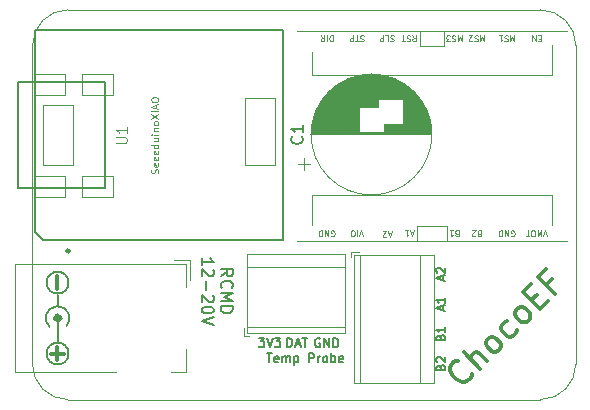
<source format=gbr>
%TF.GenerationSoftware,KiCad,Pcbnew,(6.0.9)*%
%TF.CreationDate,2023-09-21T20:23:22+02:00*%
%TF.ProjectId,EZFocus,455a466f-6375-4732-9e6b-696361645f70,rev?*%
%TF.SameCoordinates,Original*%
%TF.FileFunction,Legend,Top*%
%TF.FilePolarity,Positive*%
%FSLAX46Y46*%
G04 Gerber Fmt 4.6, Leading zero omitted, Abs format (unit mm)*
G04 Created by KiCad (PCBNEW (6.0.9)) date 2023-09-21 20:23:22*
%MOMM*%
%LPD*%
G01*
G04 APERTURE LIST*
%TA.AperFunction,Profile*%
%ADD10C,0.100000*%
%TD*%
%ADD11C,0.187500*%
%ADD12C,0.300000*%
%ADD13C,0.150000*%
%ADD14C,0.101600*%
%ADD15C,0.076200*%
%ADD16C,0.125000*%
%ADD17C,0.066040*%
%ADD18C,0.127000*%
%ADD19C,0.254000*%
%ADD20C,0.120000*%
%ADD21C,0.500000*%
G04 APERTURE END LIST*
D10*
X118000000Y-90000000D02*
X118000000Y-63000000D01*
X75000000Y-93000000D02*
X115000000Y-93000000D01*
X75000000Y-60000000D02*
G75*
G03*
X72000000Y-63000000I0J-3000000D01*
G01*
X118000000Y-63000000D02*
G75*
G03*
X115000000Y-60000000I-3000000J0D01*
G01*
X72000000Y-90000000D02*
G75*
G03*
X75000000Y-93000000I3000000J0D01*
G01*
X115000000Y-60000000D02*
X75000000Y-60000000D01*
X72000000Y-63000000D02*
X72000000Y-90000000D01*
X115000000Y-93000000D02*
G75*
G03*
X118000000Y-90000000I0J3000000D01*
G01*
D11*
X93556428Y-88539285D02*
X93556428Y-87789285D01*
X93735000Y-87789285D01*
X93842142Y-87825000D01*
X93913571Y-87896428D01*
X93949285Y-87967857D01*
X93985000Y-88110714D01*
X93985000Y-88217857D01*
X93949285Y-88360714D01*
X93913571Y-88432142D01*
X93842142Y-88503571D01*
X93735000Y-88539285D01*
X93556428Y-88539285D01*
X94270714Y-88325000D02*
X94627857Y-88325000D01*
X94199285Y-88539285D02*
X94449285Y-87789285D01*
X94699285Y-88539285D01*
X94842142Y-87789285D02*
X95270714Y-87789285D01*
X95056428Y-88539285D02*
X95056428Y-87789285D01*
X106546428Y-90283571D02*
X106582142Y-90176428D01*
X106617857Y-90140714D01*
X106689285Y-90105000D01*
X106796428Y-90105000D01*
X106867857Y-90140714D01*
X106903571Y-90176428D01*
X106939285Y-90247857D01*
X106939285Y-90533571D01*
X106189285Y-90533571D01*
X106189285Y-90283571D01*
X106225000Y-90212142D01*
X106260714Y-90176428D01*
X106332142Y-90140714D01*
X106403571Y-90140714D01*
X106475000Y-90176428D01*
X106510714Y-90212142D01*
X106546428Y-90283571D01*
X106546428Y-90533571D01*
X106260714Y-89819285D02*
X106225000Y-89783571D01*
X106189285Y-89712142D01*
X106189285Y-89533571D01*
X106225000Y-89462142D01*
X106260714Y-89426428D01*
X106332142Y-89390714D01*
X106403571Y-89390714D01*
X106510714Y-89426428D01*
X106939285Y-89855000D01*
X106939285Y-89390714D01*
D12*
X109171572Y-90838579D02*
X109171572Y-90973266D01*
X109036885Y-91242640D01*
X108902198Y-91377327D01*
X108632824Y-91512014D01*
X108363450Y-91512014D01*
X108161420Y-91444671D01*
X107824702Y-91242640D01*
X107622672Y-91040610D01*
X107420641Y-90703892D01*
X107353298Y-90501862D01*
X107353298Y-90232488D01*
X107487985Y-89963114D01*
X107622672Y-89828427D01*
X107892046Y-89693740D01*
X108026733Y-89693740D01*
X109912351Y-90367175D02*
X108498137Y-88952961D01*
X110518442Y-89761083D02*
X109777664Y-89020305D01*
X109575633Y-88952961D01*
X109373603Y-89020305D01*
X109171572Y-89222335D01*
X109104229Y-89424366D01*
X109104229Y-89559053D01*
X111393908Y-88885618D02*
X111191877Y-88952961D01*
X111057190Y-88952961D01*
X110855160Y-88885618D01*
X110451099Y-88481557D01*
X110383755Y-88279526D01*
X110383755Y-88144839D01*
X110451099Y-87942809D01*
X110653129Y-87740778D01*
X110855160Y-87673435D01*
X110989847Y-87673435D01*
X111191877Y-87740778D01*
X111595938Y-88144839D01*
X111663282Y-88346870D01*
X111663282Y-88481557D01*
X111595938Y-88683587D01*
X111393908Y-88885618D01*
X113010152Y-87134687D02*
X112942809Y-87336717D01*
X112673435Y-87606091D01*
X112471404Y-87673435D01*
X112336717Y-87673435D01*
X112134687Y-87606091D01*
X111730625Y-87202030D01*
X111663282Y-87000000D01*
X111663282Y-86865312D01*
X111730625Y-86663282D01*
X112000000Y-86393908D01*
X112202030Y-86326564D01*
X113885618Y-86393908D02*
X113683587Y-86461251D01*
X113548900Y-86461251D01*
X113346870Y-86393908D01*
X112942809Y-85989847D01*
X112875465Y-85787816D01*
X112875465Y-85653129D01*
X112942809Y-85451099D01*
X113144839Y-85249068D01*
X113346870Y-85181725D01*
X113481557Y-85181725D01*
X113683587Y-85249068D01*
X114087648Y-85653129D01*
X114154992Y-85855160D01*
X114154992Y-85989847D01*
X114087648Y-86191877D01*
X113885618Y-86393908D01*
X114222335Y-84575633D02*
X114693740Y-84104229D01*
X115636549Y-84642977D02*
X114963114Y-85316412D01*
X113548900Y-83902198D01*
X114222335Y-83228763D01*
X115973266Y-82824702D02*
X115501862Y-83296107D01*
X116242640Y-84036885D02*
X114828427Y-82622672D01*
X115501862Y-81949237D01*
D13*
X87952619Y-82538095D02*
X88428809Y-82204761D01*
X87952619Y-81966666D02*
X88952619Y-81966666D01*
X88952619Y-82347619D01*
X88905000Y-82442857D01*
X88857380Y-82490476D01*
X88762142Y-82538095D01*
X88619285Y-82538095D01*
X88524047Y-82490476D01*
X88476428Y-82442857D01*
X88428809Y-82347619D01*
X88428809Y-81966666D01*
X88047857Y-83538095D02*
X88000238Y-83490476D01*
X87952619Y-83347619D01*
X87952619Y-83252380D01*
X88000238Y-83109523D01*
X88095476Y-83014285D01*
X88190714Y-82966666D01*
X88381190Y-82919047D01*
X88524047Y-82919047D01*
X88714523Y-82966666D01*
X88809761Y-83014285D01*
X88905000Y-83109523D01*
X88952619Y-83252380D01*
X88952619Y-83347619D01*
X88905000Y-83490476D01*
X88857380Y-83538095D01*
X87952619Y-83966666D02*
X88952619Y-83966666D01*
X88238333Y-84300000D01*
X88952619Y-84633333D01*
X87952619Y-84633333D01*
X87952619Y-85109523D02*
X88952619Y-85109523D01*
X88952619Y-85347619D01*
X88905000Y-85490476D01*
X88809761Y-85585714D01*
X88714523Y-85633333D01*
X88524047Y-85680952D01*
X88381190Y-85680952D01*
X88190714Y-85633333D01*
X88095476Y-85585714D01*
X88000238Y-85490476D01*
X87952619Y-85347619D01*
X87952619Y-85109523D01*
X86342619Y-81609523D02*
X86342619Y-81038095D01*
X86342619Y-81323809D02*
X87342619Y-81323809D01*
X87199761Y-81228571D01*
X87104523Y-81133333D01*
X87056904Y-81038095D01*
X87247380Y-81990476D02*
X87295000Y-82038095D01*
X87342619Y-82133333D01*
X87342619Y-82371428D01*
X87295000Y-82466666D01*
X87247380Y-82514285D01*
X87152142Y-82561904D01*
X87056904Y-82561904D01*
X86914047Y-82514285D01*
X86342619Y-81942857D01*
X86342619Y-82561904D01*
X86723571Y-82990476D02*
X86723571Y-83752380D01*
X87247380Y-84180952D02*
X87295000Y-84228571D01*
X87342619Y-84323809D01*
X87342619Y-84561904D01*
X87295000Y-84657142D01*
X87247380Y-84704761D01*
X87152142Y-84752380D01*
X87056904Y-84752380D01*
X86914047Y-84704761D01*
X86342619Y-84133333D01*
X86342619Y-84752380D01*
X87342619Y-85371428D02*
X87342619Y-85466666D01*
X87295000Y-85561904D01*
X87247380Y-85609523D01*
X87152142Y-85657142D01*
X86961666Y-85704761D01*
X86723571Y-85704761D01*
X86533095Y-85657142D01*
X86437857Y-85609523D01*
X86390238Y-85561904D01*
X86342619Y-85466666D01*
X86342619Y-85371428D01*
X86390238Y-85276190D01*
X86437857Y-85228571D01*
X86533095Y-85180952D01*
X86723571Y-85133333D01*
X86961666Y-85133333D01*
X87152142Y-85180952D01*
X87247380Y-85228571D01*
X87295000Y-85276190D01*
X87342619Y-85371428D01*
X87342619Y-85990476D02*
X86342619Y-86323809D01*
X87342619Y-86657142D01*
D11*
X91832142Y-89089285D02*
X92260714Y-89089285D01*
X92046428Y-89839285D02*
X92046428Y-89089285D01*
X92796428Y-89803571D02*
X92725000Y-89839285D01*
X92582142Y-89839285D01*
X92510714Y-89803571D01*
X92475000Y-89732142D01*
X92475000Y-89446428D01*
X92510714Y-89375000D01*
X92582142Y-89339285D01*
X92725000Y-89339285D01*
X92796428Y-89375000D01*
X92832142Y-89446428D01*
X92832142Y-89517857D01*
X92475000Y-89589285D01*
X93153571Y-89839285D02*
X93153571Y-89339285D01*
X93153571Y-89410714D02*
X93189285Y-89375000D01*
X93260714Y-89339285D01*
X93367857Y-89339285D01*
X93439285Y-89375000D01*
X93475000Y-89446428D01*
X93475000Y-89839285D01*
X93475000Y-89446428D02*
X93510714Y-89375000D01*
X93582142Y-89339285D01*
X93689285Y-89339285D01*
X93760714Y-89375000D01*
X93796428Y-89446428D01*
X93796428Y-89839285D01*
X94153571Y-89339285D02*
X94153571Y-90089285D01*
X94153571Y-89375000D02*
X94225000Y-89339285D01*
X94367857Y-89339285D01*
X94439285Y-89375000D01*
X94475000Y-89410714D01*
X94510714Y-89482142D01*
X94510714Y-89696428D01*
X94475000Y-89767857D01*
X94439285Y-89803571D01*
X94367857Y-89839285D01*
X94225000Y-89839285D01*
X94153571Y-89803571D01*
X95403571Y-89839285D02*
X95403571Y-89089285D01*
X95689285Y-89089285D01*
X95760714Y-89125000D01*
X95796428Y-89160714D01*
X95832142Y-89232142D01*
X95832142Y-89339285D01*
X95796428Y-89410714D01*
X95760714Y-89446428D01*
X95689285Y-89482142D01*
X95403571Y-89482142D01*
X96153571Y-89839285D02*
X96153571Y-89339285D01*
X96153571Y-89482142D02*
X96189285Y-89410714D01*
X96225000Y-89375000D01*
X96296428Y-89339285D01*
X96367857Y-89339285D01*
X96725000Y-89839285D02*
X96653571Y-89803571D01*
X96617857Y-89767857D01*
X96582142Y-89696428D01*
X96582142Y-89482142D01*
X96617857Y-89410714D01*
X96653571Y-89375000D01*
X96725000Y-89339285D01*
X96832142Y-89339285D01*
X96903571Y-89375000D01*
X96939285Y-89410714D01*
X96975000Y-89482142D01*
X96975000Y-89696428D01*
X96939285Y-89767857D01*
X96903571Y-89803571D01*
X96832142Y-89839285D01*
X96725000Y-89839285D01*
X97296428Y-89839285D02*
X97296428Y-89089285D01*
X97296428Y-89375000D02*
X97367857Y-89339285D01*
X97510714Y-89339285D01*
X97582142Y-89375000D01*
X97617857Y-89410714D01*
X97653571Y-89482142D01*
X97653571Y-89696428D01*
X97617857Y-89767857D01*
X97582142Y-89803571D01*
X97510714Y-89839285D01*
X97367857Y-89839285D01*
X97296428Y-89803571D01*
X98260714Y-89803571D02*
X98189285Y-89839285D01*
X98046428Y-89839285D01*
X97975000Y-89803571D01*
X97939285Y-89732142D01*
X97939285Y-89446428D01*
X97975000Y-89375000D01*
X98046428Y-89339285D01*
X98189285Y-89339285D01*
X98260714Y-89375000D01*
X98296428Y-89446428D01*
X98296428Y-89517857D01*
X97939285Y-89589285D01*
X106725000Y-82895714D02*
X106725000Y-82538571D01*
X106939285Y-82967142D02*
X106189285Y-82717142D01*
X106939285Y-82467142D01*
X106260714Y-82252857D02*
X106225000Y-82217142D01*
X106189285Y-82145714D01*
X106189285Y-81967142D01*
X106225000Y-81895714D01*
X106260714Y-81860000D01*
X106332142Y-81824285D01*
X106403571Y-81824285D01*
X106510714Y-81860000D01*
X106939285Y-82288571D01*
X106939285Y-81824285D01*
X91171428Y-87789285D02*
X91635714Y-87789285D01*
X91385714Y-88075000D01*
X91492857Y-88075000D01*
X91564285Y-88110714D01*
X91600000Y-88146428D01*
X91635714Y-88217857D01*
X91635714Y-88396428D01*
X91600000Y-88467857D01*
X91564285Y-88503571D01*
X91492857Y-88539285D01*
X91278571Y-88539285D01*
X91207142Y-88503571D01*
X91171428Y-88467857D01*
X91850000Y-87789285D02*
X92100000Y-88539285D01*
X92350000Y-87789285D01*
X92528571Y-87789285D02*
X92992857Y-87789285D01*
X92742857Y-88075000D01*
X92850000Y-88075000D01*
X92921428Y-88110714D01*
X92957142Y-88146428D01*
X92992857Y-88217857D01*
X92992857Y-88396428D01*
X92957142Y-88467857D01*
X92921428Y-88503571D01*
X92850000Y-88539285D01*
X92635714Y-88539285D01*
X92564285Y-88503571D01*
X92528571Y-88467857D01*
X96328571Y-87825000D02*
X96257142Y-87789285D01*
X96150000Y-87789285D01*
X96042857Y-87825000D01*
X95971428Y-87896428D01*
X95935714Y-87967857D01*
X95900000Y-88110714D01*
X95900000Y-88217857D01*
X95935714Y-88360714D01*
X95971428Y-88432142D01*
X96042857Y-88503571D01*
X96150000Y-88539285D01*
X96221428Y-88539285D01*
X96328571Y-88503571D01*
X96364285Y-88467857D01*
X96364285Y-88217857D01*
X96221428Y-88217857D01*
X96685714Y-88539285D02*
X96685714Y-87789285D01*
X97114285Y-88539285D01*
X97114285Y-87789285D01*
X97471428Y-88539285D02*
X97471428Y-87789285D01*
X97650000Y-87789285D01*
X97757142Y-87825000D01*
X97828571Y-87896428D01*
X97864285Y-87967857D01*
X97900000Y-88110714D01*
X97900000Y-88217857D01*
X97864285Y-88360714D01*
X97828571Y-88432142D01*
X97757142Y-88503571D01*
X97650000Y-88539285D01*
X97471428Y-88539285D01*
D12*
X73528571Y-89107142D02*
X74671428Y-89107142D01*
X74100000Y-89678571D02*
X74100000Y-88535714D01*
D11*
X106546428Y-87743571D02*
X106582142Y-87636428D01*
X106617857Y-87600714D01*
X106689285Y-87565000D01*
X106796428Y-87565000D01*
X106867857Y-87600714D01*
X106903571Y-87636428D01*
X106939285Y-87707857D01*
X106939285Y-87993571D01*
X106189285Y-87993571D01*
X106189285Y-87743571D01*
X106225000Y-87672142D01*
X106260714Y-87636428D01*
X106332142Y-87600714D01*
X106403571Y-87600714D01*
X106475000Y-87636428D01*
X106510714Y-87672142D01*
X106546428Y-87743571D01*
X106546428Y-87993571D01*
X106939285Y-86850714D02*
X106939285Y-87279285D01*
X106939285Y-87065000D02*
X106189285Y-87065000D01*
X106296428Y-87136428D01*
X106367857Y-87207857D01*
X106403571Y-87279285D01*
X106725000Y-85435714D02*
X106725000Y-85078571D01*
X106939285Y-85507142D02*
X106189285Y-85257142D01*
X106939285Y-85007142D01*
X106939285Y-84364285D02*
X106939285Y-84792857D01*
X106939285Y-84578571D02*
X106189285Y-84578571D01*
X106296428Y-84650000D01*
X106367857Y-84721428D01*
X106403571Y-84792857D01*
D12*
X74107142Y-83671428D02*
X74107142Y-82528571D01*
D14*
%TO.C,U1*%
X79073166Y-71297933D02*
X79792833Y-71297933D01*
X79877500Y-71255600D01*
X79919833Y-71213266D01*
X79962166Y-71128600D01*
X79962166Y-70959266D01*
X79919833Y-70874600D01*
X79877500Y-70832266D01*
X79792833Y-70789933D01*
X79073166Y-70789933D01*
X79962166Y-69900933D02*
X79962166Y-70408933D01*
X79962166Y-70154933D02*
X79073166Y-70154933D01*
X79200166Y-70239600D01*
X79284833Y-70324266D01*
X79327166Y-70408933D01*
D15*
X82630052Y-73846581D02*
X82659081Y-73759495D01*
X82659081Y-73614352D01*
X82630052Y-73556295D01*
X82601024Y-73527267D01*
X82542967Y-73498238D01*
X82484910Y-73498238D01*
X82426852Y-73527267D01*
X82397824Y-73556295D01*
X82368795Y-73614352D01*
X82339767Y-73730467D01*
X82310738Y-73788524D01*
X82281710Y-73817552D01*
X82223652Y-73846581D01*
X82165595Y-73846581D01*
X82107538Y-73817552D01*
X82078510Y-73788524D01*
X82049481Y-73730467D01*
X82049481Y-73585324D01*
X82078510Y-73498238D01*
X82630052Y-73004752D02*
X82659081Y-73062810D01*
X82659081Y-73178924D01*
X82630052Y-73236981D01*
X82571995Y-73266010D01*
X82339767Y-73266010D01*
X82281710Y-73236981D01*
X82252681Y-73178924D01*
X82252681Y-73062810D01*
X82281710Y-73004752D01*
X82339767Y-72975724D01*
X82397824Y-72975724D01*
X82455881Y-73266010D01*
X82630052Y-72482238D02*
X82659081Y-72540295D01*
X82659081Y-72656410D01*
X82630052Y-72714467D01*
X82571995Y-72743495D01*
X82339767Y-72743495D01*
X82281710Y-72714467D01*
X82252681Y-72656410D01*
X82252681Y-72540295D01*
X82281710Y-72482238D01*
X82339767Y-72453210D01*
X82397824Y-72453210D01*
X82455881Y-72743495D01*
X82630052Y-71959724D02*
X82659081Y-72017781D01*
X82659081Y-72133895D01*
X82630052Y-72191952D01*
X82571995Y-72220981D01*
X82339767Y-72220981D01*
X82281710Y-72191952D01*
X82252681Y-72133895D01*
X82252681Y-72017781D01*
X82281710Y-71959724D01*
X82339767Y-71930695D01*
X82397824Y-71930695D01*
X82455881Y-72220981D01*
X82659081Y-71408181D02*
X82049481Y-71408181D01*
X82630052Y-71408181D02*
X82659081Y-71466238D01*
X82659081Y-71582352D01*
X82630052Y-71640410D01*
X82601024Y-71669438D01*
X82542967Y-71698467D01*
X82368795Y-71698467D01*
X82310738Y-71669438D01*
X82281710Y-71640410D01*
X82252681Y-71582352D01*
X82252681Y-71466238D01*
X82281710Y-71408181D01*
X82252681Y-70856638D02*
X82659081Y-70856638D01*
X82252681Y-71117895D02*
X82571995Y-71117895D01*
X82630052Y-71088867D01*
X82659081Y-71030810D01*
X82659081Y-70943724D01*
X82630052Y-70885667D01*
X82601024Y-70856638D01*
X82659081Y-70566352D02*
X82252681Y-70566352D01*
X82049481Y-70566352D02*
X82078510Y-70595381D01*
X82107538Y-70566352D01*
X82078510Y-70537324D01*
X82049481Y-70566352D01*
X82107538Y-70566352D01*
X82252681Y-70276067D02*
X82659081Y-70276067D01*
X82310738Y-70276067D02*
X82281710Y-70247038D01*
X82252681Y-70188981D01*
X82252681Y-70101895D01*
X82281710Y-70043838D01*
X82339767Y-70014810D01*
X82659081Y-70014810D01*
X82659081Y-69637438D02*
X82630052Y-69695495D01*
X82601024Y-69724524D01*
X82542967Y-69753552D01*
X82368795Y-69753552D01*
X82310738Y-69724524D01*
X82281710Y-69695495D01*
X82252681Y-69637438D01*
X82252681Y-69550352D01*
X82281710Y-69492295D01*
X82310738Y-69463267D01*
X82368795Y-69434238D01*
X82542967Y-69434238D01*
X82601024Y-69463267D01*
X82630052Y-69492295D01*
X82659081Y-69550352D01*
X82659081Y-69637438D01*
X82049481Y-69231038D02*
X82659081Y-68824638D01*
X82049481Y-68824638D02*
X82659081Y-69231038D01*
X82659081Y-68592410D02*
X82049481Y-68592410D01*
X82484910Y-68331152D02*
X82484910Y-68040867D01*
X82659081Y-68389210D02*
X82049481Y-68186010D01*
X82659081Y-67982810D01*
X82049481Y-67663495D02*
X82049481Y-67547381D01*
X82078510Y-67489324D01*
X82136567Y-67431267D01*
X82252681Y-67402238D01*
X82455881Y-67402238D01*
X82571995Y-67431267D01*
X82630052Y-67489324D01*
X82659081Y-67547381D01*
X82659081Y-67663495D01*
X82630052Y-67721552D01*
X82571995Y-67779610D01*
X82455881Y-67808638D01*
X82252681Y-67808638D01*
X82136567Y-67779610D01*
X82078510Y-67721552D01*
X82049481Y-67663495D01*
D13*
%TO.C,C1*%
X94807142Y-70716666D02*
X94854761Y-70764285D01*
X94902380Y-70907142D01*
X94902380Y-71002380D01*
X94854761Y-71145238D01*
X94759523Y-71240476D01*
X94664285Y-71288095D01*
X94473809Y-71335714D01*
X94330952Y-71335714D01*
X94140476Y-71288095D01*
X94045238Y-71240476D01*
X93950000Y-71145238D01*
X93902380Y-71002380D01*
X93902380Y-70907142D01*
X93950000Y-70764285D01*
X93997619Y-70716666D01*
X94902380Y-69764285D02*
X94902380Y-70335714D01*
X94902380Y-70050000D02*
X93902380Y-70050000D01*
X94045238Y-70145238D01*
X94140476Y-70240476D01*
X94188095Y-70335714D01*
D16*
%TO.C,U2*%
X108347857Y-62168809D02*
X108347857Y-62668809D01*
X108181190Y-62311666D01*
X108014523Y-62668809D01*
X108014523Y-62168809D01*
X107800238Y-62192619D02*
X107728809Y-62168809D01*
X107609761Y-62168809D01*
X107562142Y-62192619D01*
X107538333Y-62216428D01*
X107514523Y-62264047D01*
X107514523Y-62311666D01*
X107538333Y-62359285D01*
X107562142Y-62383095D01*
X107609761Y-62406904D01*
X107705000Y-62430714D01*
X107752619Y-62454523D01*
X107776428Y-62478333D01*
X107800238Y-62525952D01*
X107800238Y-62573571D01*
X107776428Y-62621190D01*
X107752619Y-62645000D01*
X107705000Y-62668809D01*
X107585952Y-62668809D01*
X107514523Y-62645000D01*
X107347857Y-62668809D02*
X107038333Y-62668809D01*
X107205000Y-62478333D01*
X107133571Y-62478333D01*
X107085952Y-62454523D01*
X107062142Y-62430714D01*
X107038333Y-62383095D01*
X107038333Y-62264047D01*
X107062142Y-62216428D01*
X107085952Y-62192619D01*
X107133571Y-62168809D01*
X107276428Y-62168809D01*
X107324047Y-62192619D01*
X107347857Y-62216428D01*
X99997619Y-79178809D02*
X99830952Y-78678809D01*
X99664285Y-79178809D01*
X99497619Y-78678809D02*
X99497619Y-79178809D01*
X99164285Y-79178809D02*
X99069047Y-79178809D01*
X99021428Y-79155000D01*
X98973809Y-79107380D01*
X98950000Y-79012142D01*
X98950000Y-78845476D01*
X98973809Y-78750238D01*
X99021428Y-78702619D01*
X99069047Y-78678809D01*
X99164285Y-78678809D01*
X99211904Y-78702619D01*
X99259523Y-78750238D01*
X99283333Y-78845476D01*
X99283333Y-79012142D01*
X99259523Y-79107380D01*
X99211904Y-79155000D01*
X99164285Y-79178809D01*
X102349722Y-78881286D02*
X102111627Y-78881286D01*
X102397341Y-78738429D02*
X102230675Y-79238429D01*
X102064008Y-78738429D01*
X101921151Y-79190810D02*
X101897341Y-79214620D01*
X101849722Y-79238429D01*
X101730675Y-79238429D01*
X101683056Y-79214620D01*
X101659246Y-79190810D01*
X101635437Y-79143191D01*
X101635437Y-79095572D01*
X101659246Y-79024143D01*
X101944960Y-78738429D01*
X101635437Y-78738429D01*
X115059047Y-62430714D02*
X114892380Y-62430714D01*
X114820952Y-62168809D02*
X115059047Y-62168809D01*
X115059047Y-62668809D01*
X114820952Y-62668809D01*
X114606666Y-62168809D02*
X114606666Y-62668809D01*
X114320952Y-62168809D01*
X114320952Y-62668809D01*
X115594761Y-79178809D02*
X115428095Y-78678809D01*
X115261428Y-79178809D01*
X115094761Y-78678809D02*
X115094761Y-79178809D01*
X114928095Y-78821666D01*
X114761428Y-79178809D01*
X114761428Y-78678809D01*
X114428095Y-79178809D02*
X114332857Y-79178809D01*
X114285238Y-79155000D01*
X114237619Y-79107380D01*
X114213809Y-79012142D01*
X114213809Y-78845476D01*
X114237619Y-78750238D01*
X114285238Y-78702619D01*
X114332857Y-78678809D01*
X114428095Y-78678809D01*
X114475714Y-78702619D01*
X114523333Y-78750238D01*
X114547142Y-78845476D01*
X114547142Y-79012142D01*
X114523333Y-79107380D01*
X114475714Y-79155000D01*
X114428095Y-79178809D01*
X114070952Y-79178809D02*
X113785238Y-79178809D01*
X113928095Y-78678809D02*
X113928095Y-79178809D01*
X104168809Y-62168809D02*
X104335476Y-62406904D01*
X104454523Y-62168809D02*
X104454523Y-62668809D01*
X104264047Y-62668809D01*
X104216428Y-62645000D01*
X104192619Y-62621190D01*
X104168809Y-62573571D01*
X104168809Y-62502142D01*
X104192619Y-62454523D01*
X104216428Y-62430714D01*
X104264047Y-62406904D01*
X104454523Y-62406904D01*
X103978333Y-62192619D02*
X103906904Y-62168809D01*
X103787857Y-62168809D01*
X103740238Y-62192619D01*
X103716428Y-62216428D01*
X103692619Y-62264047D01*
X103692619Y-62311666D01*
X103716428Y-62359285D01*
X103740238Y-62383095D01*
X103787857Y-62406904D01*
X103883095Y-62430714D01*
X103930714Y-62454523D01*
X103954523Y-62478333D01*
X103978333Y-62525952D01*
X103978333Y-62573571D01*
X103954523Y-62621190D01*
X103930714Y-62645000D01*
X103883095Y-62668809D01*
X103764047Y-62668809D01*
X103692619Y-62645000D01*
X103549761Y-62668809D02*
X103264047Y-62668809D01*
X103406904Y-62168809D02*
X103406904Y-62668809D01*
X110252857Y-62168809D02*
X110252857Y-62668809D01*
X110086190Y-62311666D01*
X109919523Y-62668809D01*
X109919523Y-62168809D01*
X109705238Y-62192619D02*
X109633809Y-62168809D01*
X109514761Y-62168809D01*
X109467142Y-62192619D01*
X109443333Y-62216428D01*
X109419523Y-62264047D01*
X109419523Y-62311666D01*
X109443333Y-62359285D01*
X109467142Y-62383095D01*
X109514761Y-62406904D01*
X109610000Y-62430714D01*
X109657619Y-62454523D01*
X109681428Y-62478333D01*
X109705238Y-62525952D01*
X109705238Y-62573571D01*
X109681428Y-62621190D01*
X109657619Y-62645000D01*
X109610000Y-62668809D01*
X109490952Y-62668809D01*
X109419523Y-62645000D01*
X109229047Y-62621190D02*
X109205238Y-62645000D01*
X109157619Y-62668809D01*
X109038571Y-62668809D01*
X108990952Y-62645000D01*
X108967142Y-62621190D01*
X108943333Y-62573571D01*
X108943333Y-62525952D01*
X108967142Y-62454523D01*
X109252857Y-62168809D01*
X108943333Y-62168809D01*
X100033333Y-62192619D02*
X99961904Y-62168809D01*
X99842857Y-62168809D01*
X99795238Y-62192619D01*
X99771428Y-62216428D01*
X99747619Y-62264047D01*
X99747619Y-62311666D01*
X99771428Y-62359285D01*
X99795238Y-62383095D01*
X99842857Y-62406904D01*
X99938095Y-62430714D01*
X99985714Y-62454523D01*
X100009523Y-62478333D01*
X100033333Y-62525952D01*
X100033333Y-62573571D01*
X100009523Y-62621190D01*
X99985714Y-62645000D01*
X99938095Y-62668809D01*
X99819047Y-62668809D01*
X99747619Y-62645000D01*
X99604761Y-62668809D02*
X99319047Y-62668809D01*
X99461904Y-62168809D02*
X99461904Y-62668809D01*
X99152380Y-62168809D02*
X99152380Y-62668809D01*
X98961904Y-62668809D01*
X98914285Y-62645000D01*
X98890476Y-62621190D01*
X98866666Y-62573571D01*
X98866666Y-62502142D01*
X98890476Y-62454523D01*
X98914285Y-62430714D01*
X98961904Y-62406904D01*
X99152380Y-62406904D01*
X102585238Y-62192619D02*
X102513809Y-62168809D01*
X102394761Y-62168809D01*
X102347142Y-62192619D01*
X102323333Y-62216428D01*
X102299523Y-62264047D01*
X102299523Y-62311666D01*
X102323333Y-62359285D01*
X102347142Y-62383095D01*
X102394761Y-62406904D01*
X102490000Y-62430714D01*
X102537619Y-62454523D01*
X102561428Y-62478333D01*
X102585238Y-62525952D01*
X102585238Y-62573571D01*
X102561428Y-62621190D01*
X102537619Y-62645000D01*
X102490000Y-62668809D01*
X102370952Y-62668809D01*
X102299523Y-62645000D01*
X101847142Y-62168809D02*
X102085238Y-62168809D01*
X102085238Y-62668809D01*
X101680476Y-62168809D02*
X101680476Y-62668809D01*
X101490000Y-62668809D01*
X101442380Y-62645000D01*
X101418571Y-62621190D01*
X101394761Y-62573571D01*
X101394761Y-62502142D01*
X101418571Y-62454523D01*
X101442380Y-62430714D01*
X101490000Y-62406904D01*
X101680476Y-62406904D01*
X97290952Y-79155000D02*
X97338571Y-79178809D01*
X97410000Y-79178809D01*
X97481428Y-79155000D01*
X97529047Y-79107380D01*
X97552857Y-79059761D01*
X97576666Y-78964523D01*
X97576666Y-78893095D01*
X97552857Y-78797857D01*
X97529047Y-78750238D01*
X97481428Y-78702619D01*
X97410000Y-78678809D01*
X97362380Y-78678809D01*
X97290952Y-78702619D01*
X97267142Y-78726428D01*
X97267142Y-78893095D01*
X97362380Y-78893095D01*
X97052857Y-78678809D02*
X97052857Y-79178809D01*
X96767142Y-78678809D01*
X96767142Y-79178809D01*
X96529047Y-78678809D02*
X96529047Y-79178809D01*
X96410000Y-79178809D01*
X96338571Y-79155000D01*
X96290952Y-79107380D01*
X96267142Y-79059761D01*
X96243333Y-78964523D01*
X96243333Y-78893095D01*
X96267142Y-78797857D01*
X96290952Y-78750238D01*
X96338571Y-78702619D01*
X96410000Y-78678809D01*
X96529047Y-78678809D01*
X107907380Y-78940714D02*
X107835952Y-78916904D01*
X107812142Y-78893095D01*
X107788333Y-78845476D01*
X107788333Y-78774047D01*
X107812142Y-78726428D01*
X107835952Y-78702619D01*
X107883571Y-78678809D01*
X108074047Y-78678809D01*
X108074047Y-79178809D01*
X107907380Y-79178809D01*
X107859761Y-79155000D01*
X107835952Y-79131190D01*
X107812142Y-79083571D01*
X107812142Y-79035952D01*
X107835952Y-78988333D01*
X107859761Y-78964523D01*
X107907380Y-78940714D01*
X108074047Y-78940714D01*
X107312142Y-78678809D02*
X107597857Y-78678809D01*
X107455000Y-78678809D02*
X107455000Y-79178809D01*
X107502619Y-79107380D01*
X107550238Y-79059761D01*
X107597857Y-79035952D01*
X112792857Y-62168809D02*
X112792857Y-62668809D01*
X112626190Y-62311666D01*
X112459523Y-62668809D01*
X112459523Y-62168809D01*
X112245238Y-62192619D02*
X112173809Y-62168809D01*
X112054761Y-62168809D01*
X112007142Y-62192619D01*
X111983333Y-62216428D01*
X111959523Y-62264047D01*
X111959523Y-62311666D01*
X111983333Y-62359285D01*
X112007142Y-62383095D01*
X112054761Y-62406904D01*
X112150000Y-62430714D01*
X112197619Y-62454523D01*
X112221428Y-62478333D01*
X112245238Y-62525952D01*
X112245238Y-62573571D01*
X112221428Y-62621190D01*
X112197619Y-62645000D01*
X112150000Y-62668809D01*
X112030952Y-62668809D01*
X111959523Y-62645000D01*
X111483333Y-62168809D02*
X111769047Y-62168809D01*
X111626190Y-62168809D02*
X111626190Y-62668809D01*
X111673809Y-62597380D01*
X111721428Y-62549761D01*
X111769047Y-62525952D01*
X109812380Y-78940714D02*
X109740952Y-78916904D01*
X109717142Y-78893095D01*
X109693333Y-78845476D01*
X109693333Y-78774047D01*
X109717142Y-78726428D01*
X109740952Y-78702619D01*
X109788571Y-78678809D01*
X109979047Y-78678809D01*
X109979047Y-79178809D01*
X109812380Y-79178809D01*
X109764761Y-79155000D01*
X109740952Y-79131190D01*
X109717142Y-79083571D01*
X109717142Y-79035952D01*
X109740952Y-78988333D01*
X109764761Y-78964523D01*
X109812380Y-78940714D01*
X109979047Y-78940714D01*
X109502857Y-79131190D02*
X109479047Y-79155000D01*
X109431428Y-79178809D01*
X109312380Y-79178809D01*
X109264761Y-79155000D01*
X109240952Y-79131190D01*
X109217142Y-79083571D01*
X109217142Y-79035952D01*
X109240952Y-78964523D01*
X109526666Y-78678809D01*
X109217142Y-78678809D01*
X104252142Y-78821666D02*
X104014047Y-78821666D01*
X104299761Y-78678809D02*
X104133095Y-79178809D01*
X103966428Y-78678809D01*
X103537857Y-78678809D02*
X103823571Y-78678809D01*
X103680714Y-78678809D02*
X103680714Y-79178809D01*
X103728333Y-79107380D01*
X103775952Y-79059761D01*
X103823571Y-79035952D01*
X97410000Y-62168809D02*
X97410000Y-62668809D01*
X97290952Y-62668809D01*
X97219523Y-62645000D01*
X97171904Y-62597380D01*
X97148095Y-62549761D01*
X97124285Y-62454523D01*
X97124285Y-62383095D01*
X97148095Y-62287857D01*
X97171904Y-62240238D01*
X97219523Y-62192619D01*
X97290952Y-62168809D01*
X97410000Y-62168809D01*
X96910000Y-62168809D02*
X96910000Y-62668809D01*
X96386190Y-62168809D02*
X96552857Y-62406904D01*
X96671904Y-62168809D02*
X96671904Y-62668809D01*
X96481428Y-62668809D01*
X96433809Y-62645000D01*
X96410000Y-62621190D01*
X96386190Y-62573571D01*
X96386190Y-62502142D01*
X96410000Y-62454523D01*
X96433809Y-62430714D01*
X96481428Y-62406904D01*
X96671904Y-62406904D01*
X112530952Y-79155000D02*
X112578571Y-79178809D01*
X112650000Y-79178809D01*
X112721428Y-79155000D01*
X112769047Y-79107380D01*
X112792857Y-79059761D01*
X112816666Y-78964523D01*
X112816666Y-78893095D01*
X112792857Y-78797857D01*
X112769047Y-78750238D01*
X112721428Y-78702619D01*
X112650000Y-78678809D01*
X112602380Y-78678809D01*
X112530952Y-78702619D01*
X112507142Y-78726428D01*
X112507142Y-78893095D01*
X112602380Y-78893095D01*
X112292857Y-78678809D02*
X112292857Y-79178809D01*
X112007142Y-78678809D01*
X112007142Y-79178809D01*
X111769047Y-78678809D02*
X111769047Y-79178809D01*
X111650000Y-79178809D01*
X111578571Y-79155000D01*
X111530952Y-79107380D01*
X111507142Y-79059761D01*
X111483333Y-78964523D01*
X111483333Y-78893095D01*
X111507142Y-78797857D01*
X111530952Y-78750238D01*
X111578571Y-78702619D01*
X111650000Y-78678809D01*
X111769047Y-78678809D01*
D17*
%TO.C,U1*%
X74763310Y-74053410D02*
X72096310Y-74053410D01*
X76160310Y-75831410D02*
X76160310Y-74053410D01*
D18*
X93178310Y-79514410D02*
X93178310Y-61716630D01*
X72180130Y-61716630D02*
X72180130Y-78843850D01*
D17*
X78829850Y-67195410D02*
X76160310Y-67195410D01*
X75398310Y-73164410D02*
X75398310Y-68084410D01*
X78829850Y-67195410D02*
X78829850Y-65417410D01*
X75398310Y-73164410D02*
X72858310Y-73164410D01*
D18*
X93178310Y-61716630D02*
X72180130Y-61716630D01*
D17*
X74763310Y-67195410D02*
X72096310Y-67195410D01*
X76160310Y-67195410D02*
X76160310Y-65417410D01*
X75398310Y-68084410D02*
X72858310Y-68084410D01*
X92543310Y-73164410D02*
X92543310Y-67449410D01*
X90003310Y-73164410D02*
X90003310Y-67449410D01*
X92543310Y-73164410D02*
X90003310Y-73164410D01*
X78829850Y-74053410D02*
X76160310Y-74053410D01*
X74763310Y-65417410D02*
X72096310Y-65417410D01*
X92543310Y-67449410D02*
X90003310Y-67449410D01*
X78829850Y-65417410D02*
X76160310Y-65417410D01*
X72096310Y-75831410D02*
X72096310Y-74053410D01*
X74763310Y-75831410D02*
X72096310Y-75831410D01*
X78829850Y-75831410D02*
X78829850Y-74053410D01*
D18*
X78108490Y-75120210D02*
X70755190Y-75120210D01*
D17*
X72858310Y-73164410D02*
X72858310Y-68084410D01*
D18*
X72850690Y-79514410D02*
X93178310Y-79514410D01*
X70755190Y-75115130D02*
X70755190Y-66120990D01*
D17*
X78829850Y-75831410D02*
X76160310Y-75831410D01*
X74763310Y-67195410D02*
X74763310Y-65417410D01*
D18*
X78108490Y-66120990D02*
X78108490Y-75120210D01*
D17*
X72096310Y-67195410D02*
X72096310Y-65417410D01*
D18*
X72180130Y-78843850D02*
X72850690Y-79514410D01*
D17*
X74763310Y-75831410D02*
X74763310Y-74053410D01*
D18*
X70755190Y-66120990D02*
X78108490Y-66120990D01*
D19*
X75144310Y-80403410D02*
G75*
G03*
X75144310Y-80403410I-127000J0D01*
G01*
D20*
%TO.C,J2*%
X99750000Y-80765000D02*
X99750000Y-91626000D01*
X99630000Y-80525000D02*
X98990000Y-80525000D01*
X105970000Y-80765000D02*
X105970000Y-91626000D01*
X98990000Y-80525000D02*
X98990000Y-80925000D01*
X104850000Y-80765000D02*
X104850000Y-91626000D01*
X105970000Y-91626000D02*
X99230000Y-91626000D01*
X99230000Y-80765000D02*
X99230000Y-91626000D01*
X105970000Y-80765000D02*
X99230000Y-80765000D01*
%TO.C,J3*%
X90140000Y-80630000D02*
X98460000Y-80630000D01*
X98460000Y-80630000D02*
X98460000Y-87370000D01*
X89900000Y-86970000D02*
X89900000Y-87610000D01*
X90140000Y-81750000D02*
X98460000Y-81750000D01*
X90140000Y-86850000D02*
X98460000Y-86850000D01*
X90140000Y-80630000D02*
X90140000Y-87370000D01*
X89900000Y-87610000D02*
X90300000Y-87610000D01*
X90140000Y-87370000D02*
X98460000Y-87370000D01*
%TO.C,C1*%
X103340000Y-67869000D02*
X105023000Y-67869000D01*
X97353000Y-66709000D02*
X104047000Y-66709000D01*
X98190000Y-66109000D02*
X103210000Y-66109000D01*
X95689000Y-69709000D02*
X99660000Y-69709000D01*
X103340000Y-67749000D02*
X104947000Y-67749000D01*
X103340000Y-68749000D02*
X105454000Y-68749000D01*
X98756000Y-65829000D02*
X102644000Y-65829000D01*
X103340000Y-67949000D02*
X105071000Y-67949000D01*
X103340000Y-68109000D02*
X105162000Y-68109000D01*
X103340000Y-68389000D02*
X105303000Y-68389000D01*
X95665000Y-69870000D02*
X99660000Y-69870000D01*
X95735000Y-69469000D02*
X99660000Y-69469000D01*
X101740000Y-69990000D02*
X105750000Y-69990000D01*
X95642000Y-70070000D02*
X99660000Y-70070000D01*
X103340000Y-67629000D02*
X104866000Y-67629000D01*
X96402000Y-67829000D02*
X101260000Y-67829000D01*
X95650000Y-69990000D02*
X99660000Y-69990000D01*
X96506000Y-67669000D02*
X101260000Y-67669000D01*
X98491000Y-65949000D02*
X102909000Y-65949000D01*
X97446000Y-66629000D02*
X103954000Y-66629000D01*
X96650000Y-67469000D02*
X104750000Y-67469000D01*
X103340000Y-68469000D02*
X105339000Y-68469000D01*
X103340000Y-67989000D02*
X105095000Y-67989000D01*
X101740000Y-70030000D02*
X105754000Y-70030000D01*
X97399000Y-66669000D02*
X104001000Y-66669000D01*
X95932000Y-68789000D02*
X99660000Y-68789000D01*
X96238000Y-68109000D02*
X101260000Y-68109000D01*
X95782000Y-69269000D02*
X99660000Y-69269000D01*
X103340000Y-68669000D02*
X105423000Y-68669000D01*
X94985000Y-73570000D02*
X94985000Y-72570000D01*
X97180000Y-66869000D02*
X104220000Y-66869000D01*
X103340000Y-68549000D02*
X105374000Y-68549000D01*
X98261000Y-66069000D02*
X103139000Y-66069000D01*
X103340000Y-68069000D02*
X105140000Y-68069000D01*
X96155000Y-68269000D02*
X99660000Y-68269000D01*
X96283000Y-68029000D02*
X101260000Y-68029000D01*
X103340000Y-67829000D02*
X104998000Y-67829000D01*
X97264000Y-66789000D02*
X104136000Y-66789000D01*
X103340000Y-68629000D02*
X105407000Y-68629000D01*
X95703000Y-69629000D02*
X99660000Y-69629000D01*
X95646000Y-70030000D02*
X99660000Y-70030000D01*
X101740000Y-70270000D02*
X105773000Y-70270000D01*
X103340000Y-68269000D02*
X105245000Y-68269000D01*
X98121000Y-66149000D02*
X103279000Y-66149000D01*
X97930000Y-66269000D02*
X103470000Y-66269000D01*
X98854000Y-65789000D02*
X102546000Y-65789000D01*
X96116000Y-68349000D02*
X99660000Y-68349000D01*
X103340000Y-69509000D02*
X105674000Y-69509000D01*
X96329000Y-67949000D02*
X101260000Y-67949000D01*
X95635000Y-70150000D02*
X99660000Y-70150000D01*
X96479000Y-67709000D02*
X101260000Y-67709000D01*
X103340000Y-69109000D02*
X105574000Y-69109000D01*
X95632000Y-70190000D02*
X99660000Y-70190000D01*
X101740000Y-69829000D02*
X105730000Y-69829000D01*
X96984000Y-67069000D02*
X104416000Y-67069000D01*
X96876000Y-67189000D02*
X104524000Y-67189000D01*
X95772000Y-69309000D02*
X99660000Y-69309000D01*
X97099000Y-66949000D02*
X104301000Y-66949000D01*
X97222000Y-66829000D02*
X104178000Y-66829000D01*
X96097000Y-68389000D02*
X99660000Y-68389000D01*
X96377000Y-67869000D02*
X101260000Y-67869000D01*
X96061000Y-68469000D02*
X99660000Y-68469000D01*
X99470000Y-65589000D02*
X101930000Y-65589000D01*
X99322000Y-65629000D02*
X102078000Y-65629000D01*
X103340000Y-67669000D02*
X104894000Y-67669000D01*
X97646000Y-66469000D02*
X103754000Y-66469000D01*
X95826000Y-69109000D02*
X99660000Y-69109000D01*
X96947000Y-67109000D02*
X104453000Y-67109000D01*
X103340000Y-69229000D02*
X105607000Y-69229000D01*
X95993000Y-68629000D02*
X99660000Y-68629000D01*
X103340000Y-68509000D02*
X105357000Y-68509000D01*
X103340000Y-68829000D02*
X105483000Y-68829000D01*
X103340000Y-68869000D02*
X105497000Y-68869000D01*
X99638000Y-65549000D02*
X101762000Y-65549000D01*
X101740000Y-69870000D02*
X105735000Y-69870000D01*
X99190000Y-65669000D02*
X102210000Y-65669000D01*
X95946000Y-68749000D02*
X99660000Y-68749000D01*
X95620000Y-70510000D02*
X105780000Y-70510000D01*
X103340000Y-69389000D02*
X105647000Y-69389000D01*
X99070000Y-65709000D02*
X102330000Y-65709000D01*
X98575000Y-65909000D02*
X102825000Y-65909000D01*
X96743000Y-67349000D02*
X104657000Y-67349000D01*
X94485000Y-73070000D02*
X95485000Y-73070000D01*
X101740000Y-69789000D02*
X105724000Y-69789000D01*
X103340000Y-68989000D02*
X105537000Y-68989000D01*
X96136000Y-68309000D02*
X99660000Y-68309000D01*
X96217000Y-68149000D02*
X101260000Y-68149000D01*
X99838000Y-65509000D02*
X101562000Y-65509000D01*
X95762000Y-69349000D02*
X99660000Y-69349000D01*
X103340000Y-69069000D02*
X105562000Y-69069000D01*
X95682000Y-69749000D02*
X99660000Y-69749000D01*
X103340000Y-67589000D02*
X104838000Y-67589000D01*
X97594000Y-66509000D02*
X103806000Y-66509000D01*
X97870000Y-66309000D02*
X103530000Y-66309000D01*
X95620000Y-70470000D02*
X105780000Y-70470000D01*
X95623000Y-70350000D02*
X105777000Y-70350000D01*
X103340000Y-69629000D02*
X105697000Y-69629000D01*
X96590000Y-67549000D02*
X104810000Y-67549000D01*
X103340000Y-68789000D02*
X105468000Y-68789000D01*
X95917000Y-68829000D02*
X99660000Y-68829000D01*
X97755000Y-66389000D02*
X103645000Y-66389000D01*
X97811000Y-66349000D02*
X103589000Y-66349000D01*
X95622000Y-70390000D02*
X105778000Y-70390000D01*
X95676000Y-69789000D02*
X99660000Y-69789000D01*
X95803000Y-69189000D02*
X99660000Y-69189000D01*
X101740000Y-69669000D02*
X105704000Y-69669000D01*
X103340000Y-69029000D02*
X105550000Y-69029000D01*
X101740000Y-70190000D02*
X105768000Y-70190000D01*
X101740000Y-69709000D02*
X105711000Y-69709000D01*
X103340000Y-68149000D02*
X105183000Y-68149000D01*
X95889000Y-68909000D02*
X99660000Y-68909000D01*
X97700000Y-66429000D02*
X103700000Y-66429000D01*
X103340000Y-68229000D02*
X105225000Y-68229000D01*
X103340000Y-69589000D02*
X105690000Y-69589000D01*
X96911000Y-67149000D02*
X104489000Y-67149000D01*
X96043000Y-68509000D02*
X99660000Y-68509000D01*
X96775000Y-67309000D02*
X104625000Y-67309000D01*
X103340000Y-68309000D02*
X105264000Y-68309000D01*
X103340000Y-68029000D02*
X105117000Y-68029000D01*
X103340000Y-69189000D02*
X105597000Y-69189000D01*
X103340000Y-68189000D02*
X105204000Y-68189000D01*
X97991000Y-66229000D02*
X103409000Y-66229000D01*
X95850000Y-69029000D02*
X99660000Y-69029000D01*
X97139000Y-66909000D02*
X104261000Y-66909000D01*
X103340000Y-67709000D02*
X104921000Y-67709000D01*
X95718000Y-69549000D02*
X99660000Y-69549000D01*
X96305000Y-67989000D02*
X101260000Y-67989000D01*
X97494000Y-66589000D02*
X103906000Y-66589000D01*
X101740000Y-69950000D02*
X105745000Y-69950000D01*
X103340000Y-67789000D02*
X104973000Y-67789000D01*
X95696000Y-69669000D02*
X99660000Y-69669000D01*
X103340000Y-69269000D02*
X105618000Y-69269000D01*
X103340000Y-69469000D02*
X105665000Y-69469000D01*
X95876000Y-68949000D02*
X99660000Y-68949000D01*
X98663000Y-65869000D02*
X102737000Y-65869000D01*
X95863000Y-68989000D02*
X99660000Y-68989000D01*
X95744000Y-69429000D02*
X99660000Y-69429000D01*
X96842000Y-67229000D02*
X104558000Y-67229000D01*
X96680000Y-67429000D02*
X104720000Y-67429000D01*
X96534000Y-67629000D02*
X101260000Y-67629000D01*
X95815000Y-69149000D02*
X99660000Y-69149000D01*
X101740000Y-70070000D02*
X105758000Y-70070000D01*
X97544000Y-66549000D02*
X103856000Y-66549000D01*
X96562000Y-67589000D02*
X101260000Y-67589000D01*
X95625000Y-70310000D02*
X99660000Y-70310000D01*
X95621000Y-70430000D02*
X105779000Y-70430000D01*
X95726000Y-69509000D02*
X99660000Y-69509000D01*
X95753000Y-69389000D02*
X99660000Y-69389000D01*
X96010000Y-68589000D02*
X99660000Y-68589000D01*
X95903000Y-68869000D02*
X99660000Y-68869000D01*
X103340000Y-69429000D02*
X105656000Y-69429000D01*
X96808000Y-67269000D02*
X104592000Y-67269000D01*
X95670000Y-69829000D02*
X99660000Y-69829000D01*
X96427000Y-67789000D02*
X101260000Y-67789000D01*
X95627000Y-70270000D02*
X99660000Y-70270000D01*
X96353000Y-67909000D02*
X101260000Y-67909000D01*
X95630000Y-70230000D02*
X99660000Y-70230000D01*
X95977000Y-68669000D02*
X99660000Y-68669000D01*
X98335000Y-66029000D02*
X103065000Y-66029000D01*
X103340000Y-69309000D02*
X105628000Y-69309000D01*
X96026000Y-68549000D02*
X99660000Y-68549000D01*
X103340000Y-68589000D02*
X105390000Y-68589000D01*
X101740000Y-69749000D02*
X105718000Y-69749000D01*
X95962000Y-68709000D02*
X99660000Y-68709000D01*
X96079000Y-68429000D02*
X99660000Y-68429000D01*
X103340000Y-69349000D02*
X105638000Y-69349000D01*
X95660000Y-69910000D02*
X99660000Y-69910000D01*
X96453000Y-67749000D02*
X101260000Y-67749000D01*
X98055000Y-66189000D02*
X103345000Y-66189000D01*
X101740000Y-69910000D02*
X105740000Y-69910000D01*
X96175000Y-68229000D02*
X101260000Y-68229000D01*
X100101000Y-65469000D02*
X101299000Y-65469000D01*
X103340000Y-69149000D02*
X105585000Y-69149000D01*
X96196000Y-68189000D02*
X101260000Y-68189000D01*
X101740000Y-70310000D02*
X105775000Y-70310000D01*
X95620000Y-70550000D02*
X105780000Y-70550000D01*
X96711000Y-67389000D02*
X104689000Y-67389000D01*
X97308000Y-66749000D02*
X104092000Y-66749000D01*
X97060000Y-66989000D02*
X104340000Y-66989000D01*
X103340000Y-68949000D02*
X105524000Y-68949000D01*
X101740000Y-70150000D02*
X105765000Y-70150000D01*
X103340000Y-68709000D02*
X105438000Y-68709000D01*
X96620000Y-67509000D02*
X104780000Y-67509000D01*
X95838000Y-69069000D02*
X99660000Y-69069000D01*
X98958000Y-65749000D02*
X102442000Y-65749000D01*
X103340000Y-69549000D02*
X105682000Y-69549000D01*
X103340000Y-68909000D02*
X105511000Y-68909000D01*
X95793000Y-69229000D02*
X99660000Y-69229000D01*
X101740000Y-70110000D02*
X105762000Y-70110000D01*
X97021000Y-67029000D02*
X104379000Y-67029000D01*
X103340000Y-68429000D02*
X105321000Y-68429000D01*
X103340000Y-68349000D02*
X105284000Y-68349000D01*
X95655000Y-69950000D02*
X99660000Y-69950000D01*
X103340000Y-67909000D02*
X105047000Y-67909000D01*
X98411000Y-65989000D02*
X102989000Y-65989000D01*
X95638000Y-70110000D02*
X99660000Y-70110000D01*
X96260000Y-68069000D02*
X101260000Y-68069000D01*
X95710000Y-69589000D02*
X99660000Y-69589000D01*
X101740000Y-70230000D02*
X105770000Y-70230000D01*
X105820000Y-70550000D02*
G75*
G03*
X105820000Y-70550000I-5120000J0D01*
G01*
D13*
%TO.C,REF\u002A\u002A*%
X74125000Y-86100000D02*
X74125000Y-88100000D01*
X74125000Y-84100000D02*
X74125000Y-85000000D01*
X74875000Y-86775000D02*
G75*
G03*
X73450000Y-86850000I-750000J675000D01*
G01*
D21*
X74300000Y-86100000D02*
G75*
G03*
X74300000Y-86100000I-175000J0D01*
G01*
D13*
X75050000Y-89100000D02*
G75*
G03*
X75050000Y-89100000I-925000J0D01*
G01*
X75050000Y-83100000D02*
G75*
G03*
X75050000Y-83100000I-925000J0D01*
G01*
D20*
%TO.C,U2*%
X117230000Y-61760000D02*
X94370000Y-61760000D01*
X115960000Y-75665000D02*
X95640000Y-75665000D01*
X104530000Y-79540000D02*
X104530000Y-78270000D01*
X95640000Y-65505000D02*
X95640000Y-63600000D01*
X107070000Y-78270000D02*
X107070000Y-79540000D01*
X106816000Y-63030000D02*
X104784000Y-63030000D01*
X95640000Y-78205000D02*
X95640000Y-75665000D01*
X115960000Y-78205000D02*
X115960000Y-75665000D01*
X115960000Y-65505000D02*
X115960000Y-62965000D01*
X104530000Y-78270000D02*
X107070000Y-78270000D01*
X115960000Y-65505000D02*
X95640000Y-65505000D01*
X106816000Y-63030000D02*
X106816000Y-61760000D01*
X104784000Y-63030000D02*
X104784000Y-61760000D01*
X94370000Y-79540000D02*
X117230000Y-79540000D01*
%TO.C,J1*%
X70500000Y-81500000D02*
X85000000Y-81500000D01*
X85300000Y-82900000D02*
X85300000Y-81200000D01*
X85000000Y-90700000D02*
X83700000Y-90700000D01*
X85300000Y-81200000D02*
X84000000Y-81200000D01*
X70500000Y-90700000D02*
X70500000Y-81500000D01*
X85000000Y-88700000D02*
X85000000Y-90700000D01*
X85000000Y-81500000D02*
X85000000Y-83500000D01*
X79100000Y-90700000D02*
X70500000Y-90700000D01*
%TD*%
M02*

</source>
